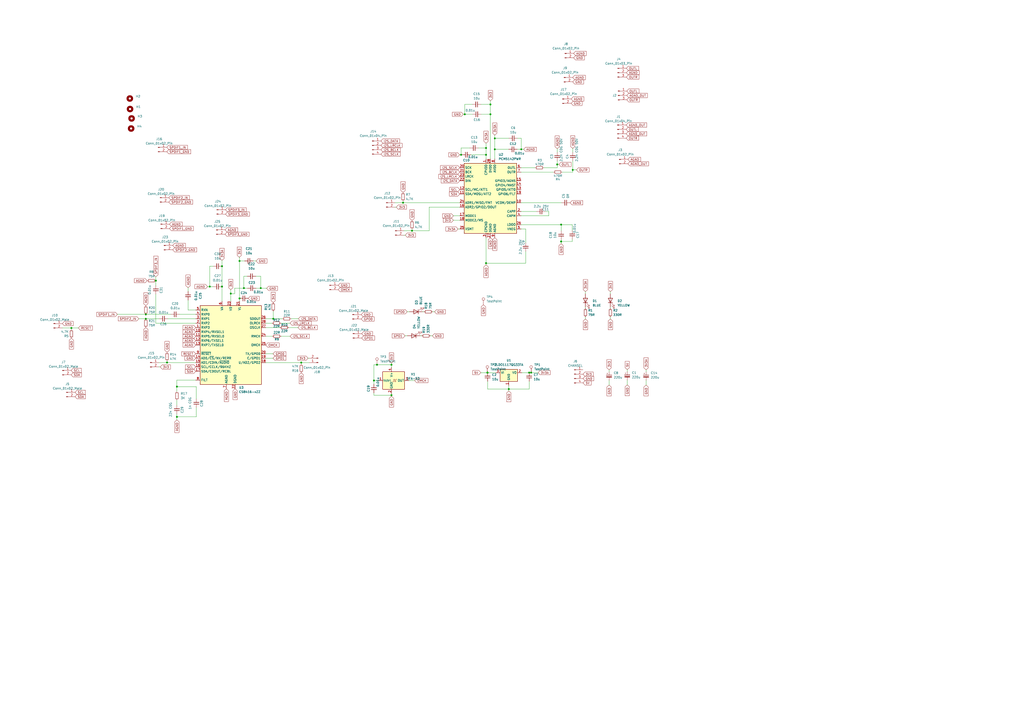
<source format=kicad_sch>
(kicad_sch (version 20230121) (generator eeschema)
  (paper "A2")
  (junction (at 227.076 211.582))
  (junction (at 133.858 170.307))
  (junction (at 287.02 80.264))
  (junction (at 267.462 89.789))
  (junction (at 141.478 167.132))
  (junction (at 151.257 167.132))
  (junction (at 41.402 190.246))
  (junction (at 323.215 95.377))
  (junction (at 121.666 166.243))
  (junction (at 233.807 117.602))
  (junction (at 287.02 86.614))
  (junction (at 239.014 133.858))
  (junction (at 332.232 98.552))
  (junction (at 138.938 173.101))
  (junction (at 306.959 216.154))
  (junction (at 216.916 220.726))
  (junction (at 174.752 210.312))
  (junction (at 227.076 229.235))
  (junction (at 102.616 241.808))
  (junction (at 102.616 224.282))
  (junction (at 302.387 86.614))
  (junction (at 84.582 182.372))
  (junction (at 295.148 225.679))
  (junction (at 281.94 89.789))
  (junction (at 284.48 66.294))
  (junction (at 325.501 140.081))
  (junction (at 281.94 85.852))
  (junction (at 284.48 60.579))
  (junction (at 96.901 210.312))
  (junction (at 84.582 184.912))
  (junction (at 269.621 66.294))
  (junction (at 282.829 216.154))
  (junction (at 282.702 216.154))
  (junction (at 281.94 152.654))
  (junction (at 128.778 166.243))
  (junction (at 325.501 130.302))
  (junction (at 308.102 216.154))
  (junction (at 128.778 154.432))
  (junction (at 138.938 151.384))
  (junction (at 218.694 211.582))
  (junction (at 90.424 162.814))
  (junction (at 158.496 184.912))
  (wire (pts (xy 316.357 122.682) (xy 318.389 122.682)))
  (wire (pts (xy 168.275 195.072) (xy 163.068 195.072)))
  (wire (pts (xy 96.901 209.423) (xy 96.901 210.312)))
  (wire (pts (xy 323.215 95.377) (xy 323.215 97.282)))
  (wire (pts (xy 295.021 86.614) (xy 287.02 86.614)))
  (wire (pts (xy 277.622 85.852) (xy 281.94 85.852)))
  (wire (pts (xy 128.778 166.243) (xy 128.778 174.752)))
  (wire (pts (xy 332.232 98.552) (xy 332.232 99.822)))
  (wire (pts (xy 96.901 210.312) (xy 113.538 210.312)))
  (wire (pts (xy 339.598 183.896) (xy 339.598 185.039)))
  (wire (pts (xy 216.916 220.726) (xy 219.456 220.726)))
  (wire (pts (xy 302.387 80.264) (xy 302.387 86.614)))
  (wire (pts (xy 136.144 167.132) (xy 136.144 170.307)))
  (wire (pts (xy 154.686 167.259) (xy 154.559 167.259)))
  (wire (pts (xy 269.621 66.294) (xy 274.066 66.294)))
  (wire (pts (xy 138.938 151.384) (xy 138.938 173.101)))
  (wire (pts (xy 282.829 216.154) (xy 287.528 216.154)))
  (wire (pts (xy 374.777 223.393) (xy 374.777 220.726)))
  (wire (pts (xy 331.978 140.081) (xy 331.978 138.811)))
  (wire (pts (xy 102.616 224.282) (xy 102.616 227.076)))
  (wire (pts (xy 138.938 173.101) (xy 138.938 174.752)))
  (wire (pts (xy 281.94 89.789) (xy 281.94 92.202)))
  (wire (pts (xy 229.108 117.602) (xy 233.807 117.602)))
  (wire (pts (xy 302.26 132.842) (xy 304.927 132.842)))
  (wire (pts (xy 325.501 130.302) (xy 325.501 133.858)))
  (wire (pts (xy 272.542 85.852) (xy 267.462 85.852)))
  (wire (pts (xy 353.314 214.503) (xy 353.314 215.646)))
  (wire (pts (xy 331.978 130.302) (xy 325.501 130.302)))
  (wire (pts (xy 339.598 178.816) (xy 339.598 178.054)))
  (wire (pts (xy 133.858 168.021) (xy 133.858 170.307)))
  (wire (pts (xy 138.811 149.225) (xy 138.811 149.352)))
  (wire (pts (xy 284.48 60.579) (xy 284.48 66.294)))
  (wire (pts (xy 332.232 93.345) (xy 332.232 98.552)))
  (wire (pts (xy 332.232 99.822) (xy 326.136 99.822)))
  (wire (pts (xy 154.559 167.259) (xy 154.559 167.132)))
  (wire (pts (xy 239.014 132.969) (xy 239.014 133.858)))
  (wire (pts (xy 128.778 154.432) (xy 128.778 166.243)))
  (wire (pts (xy 266.7 120.142) (xy 248.92 120.142)))
  (wire (pts (xy 287.02 80.264) (xy 287.02 86.614)))
  (wire (pts (xy 109.093 179.832) (xy 113.538 179.832)))
  (wire (pts (xy 90.424 165.608) (xy 90.424 162.814)))
  (wire (pts (xy 109.093 169.037) (xy 109.093 166.878)))
  (wire (pts (xy 279.146 66.294) (xy 284.48 66.294)))
  (wire (pts (xy 157.988 195.072) (xy 154.178 195.072)))
  (wire (pts (xy 318.389 125.222) (xy 318.389 122.682)))
  (wire (pts (xy 113.919 241.808) (xy 102.616 241.808)))
  (wire (pts (xy 300.228 80.264) (xy 302.387 80.264)))
  (wire (pts (xy 282.702 216.154) (xy 282.829 216.154)))
  (wire (pts (xy 123.698 154.432) (xy 121.666 154.432)))
  (wire (pts (xy 284.48 58.42) (xy 284.48 60.579)))
  (wire (pts (xy 265.684 132.842) (xy 266.7 132.842)))
  (wire (pts (xy 80.518 184.912) (xy 84.582 184.912)))
  (wire (pts (xy 121.666 166.243) (xy 123.698 166.243)))
  (wire (pts (xy 306.959 216.154) (xy 302.768 216.154)))
  (wire (pts (xy 311.277 122.682) (xy 302.26 122.682)))
  (wire (pts (xy 227.076 211.582) (xy 227.076 213.106)))
  (wire (pts (xy 245.872 180.848) (xy 245.11 180.848)))
  (wire (pts (xy 120.396 166.243) (xy 121.666 166.243)))
  (wire (pts (xy 84.582 182.372) (xy 99.06 182.372)))
  (wire (pts (xy 281.94 83.058) (xy 281.94 85.852)))
  (wire (pts (xy 284.48 66.294) (xy 284.48 92.202)))
  (wire (pts (xy 312.166 216.154) (xy 308.102 216.154)))
  (wire (pts (xy 263.017 125.222) (xy 266.7 125.222)))
  (wire (pts (xy 143.383 160.274) (xy 141.478 160.274)))
  (wire (pts (xy 218.694 211.582) (xy 216.916 211.582)))
  (wire (pts (xy 268.732 66.294) (xy 269.621 66.294)))
  (wire (pts (xy 227.076 229.87) (xy 227.076 229.235)))
  (wire (pts (xy 148.463 160.274) (xy 151.257 160.274)))
  (wire (pts (xy 282.829 225.679) (xy 295.148 225.679)))
  (wire (pts (xy 68.072 182.372) (xy 84.582 182.372)))
  (wire (pts (xy 113.919 224.282) (xy 102.616 224.282)))
  (wire (pts (xy 331.978 130.302) (xy 331.978 133.731)))
  (wire (pts (xy 306.959 225.679) (xy 295.148 225.679)))
  (wire (pts (xy 92.964 212.852) (xy 92.202 212.852)))
  (wire (pts (xy 151.257 160.274) (xy 151.257 167.132)))
  (wire (pts (xy 295.148 225.679) (xy 295.148 223.774)))
  (wire (pts (xy 216.916 222.885) (xy 216.916 220.726)))
  (wire (pts (xy 250.952 180.848) (xy 252.095 180.848)))
  (wire (pts (xy 363.855 223.266) (xy 363.855 220.599)))
  (wire (pts (xy 102.616 220.472) (xy 102.616 224.282)))
  (wire (pts (xy 229.87 120.142) (xy 229.108 120.142)))
  (wire (pts (xy 303.784 86.614) (xy 302.387 86.614)))
  (wire (pts (xy 281.94 152.654) (xy 281.94 137.922)))
  (wire (pts (xy 154.178 210.312) (xy 174.752 210.312)))
  (wire (pts (xy 227.076 211.582) (xy 218.694 211.582)))
  (wire (pts (xy 287.02 78.359) (xy 287.02 80.264)))
  (wire (pts (xy 237.49 180.848) (xy 236.22 180.848)))
  (wire (pts (xy 84.582 184.912) (xy 92.329 184.912)))
  (wire (pts (xy 308.102 216.154) (xy 306.959 216.154)))
  (wire (pts (xy 90.424 170.688) (xy 90.424 187.452)))
  (wire (pts (xy 90.424 162.814) (xy 90.424 160.528)))
  (wire (pts (xy 323.215 93.345) (xy 323.215 95.377)))
  (wire (pts (xy 138.811 149.352) (xy 138.938 149.352)))
  (wire (pts (xy 216.916 229.235) (xy 227.076 229.235)))
  (wire (pts (xy 302.387 86.614) (xy 300.101 86.614)))
  (wire (pts (xy 304.927 132.842) (xy 304.927 140.843)))
  (wire (pts (xy 249.682 194.818) (xy 250.825 194.818)))
  (wire (pts (xy 233.807 117.602) (xy 266.7 117.602)))
  (wire (pts (xy 236.22 194.818) (xy 234.95 194.818)))
  (wire (pts (xy 244.602 194.818) (xy 243.84 194.818)))
  (wire (pts (xy 158.496 180.594) (xy 158.496 184.912)))
  (wire (pts (xy 267.462 85.852) (xy 267.462 89.789)))
  (wire (pts (xy 113.919 231.394) (xy 113.919 224.282)))
  (wire (pts (xy 174.752 211.201) (xy 174.752 210.312)))
  (wire (pts (xy 227.076 229.235) (xy 227.076 228.346)))
  (wire (pts (xy 168.275 187.452) (xy 162.941 187.452)))
  (wire (pts (xy 151.257 167.132) (xy 148.59 167.132)))
  (wire (pts (xy 121.666 154.432) (xy 121.666 166.243)))
  (wire (pts (xy 157.861 187.452) (xy 154.178 187.452)))
  (wire (pts (xy 104.14 182.372) (xy 113.538 182.372)))
  (wire (pts (xy 287.02 86.614) (xy 287.02 92.202)))
  (wire (pts (xy 143.51 167.132) (xy 141.478 167.132)))
  (wire (pts (xy 216.916 227.965) (xy 216.916 229.235)))
  (wire (pts (xy 281.94 85.852) (xy 281.94 89.789)))
  (wire (pts (xy 138.938 151.384) (xy 141.859 151.384)))
  (wire (pts (xy 128.778 151.003) (xy 128.778 154.432)))
  (wire (pts (xy 273.939 60.579) (xy 269.621 60.579)))
  (wire (pts (xy 97.409 184.912) (xy 113.538 184.912)))
  (wire (pts (xy 332.232 86.106) (xy 332.232 88.265)))
  (wire (pts (xy 295.148 226.822) (xy 295.148 225.679)))
  (wire (pts (xy 102.616 235.077) (xy 102.616 232.156)))
  (wire (pts (xy 45.466 190.246) (xy 41.402 190.246)))
  (wire (pts (xy 354.076 183.896) (xy 354.076 185.039)))
  (wire (pts (xy 248.92 120.142) (xy 248.92 133.858)))
  (wire (pts (xy 269.621 60.579) (xy 269.621 66.294)))
  (wire (pts (xy 172.847 189.992) (xy 167.513 189.992)))
  (wire (pts (xy 354.076 170.434) (xy 354.076 169.164)))
  (wire (pts (xy 158.496 184.912) (xy 154.178 184.912)))
  (wire (pts (xy 302.26 117.602) (xy 325.628 117.602)))
  (wire (pts (xy 354.076 178.816) (xy 354.076 178.054)))
  (wire (pts (xy 158.369 207.772) (xy 154.178 207.772)))
  (wire (pts (xy 237.236 220.726) (xy 240.538 220.726)))
  (wire (pts (xy 102.616 243.586) (xy 102.616 241.808)))
  (wire (pts (xy 179.451 210.312) (xy 174.752 210.312)))
  (wire (pts (xy 178.689 207.772) (xy 179.451 207.772)))
  (wire (pts (xy 173.101 184.912) (xy 168.91 184.912)))
  (wire (pts (xy 325.501 138.938) (xy 325.501 140.081)))
  (wire (pts (xy 304.927 145.923) (xy 304.927 152.654)))
  (wire (pts (xy 109.093 174.117) (xy 109.093 179.832)))
  (wire (pts (xy 92.202 210.312) (xy 96.901 210.312)))
  (wire (pts (xy 41.402 191.135) (xy 41.402 190.246)))
  (wire (pts (xy 113.919 236.474) (xy 113.919 241.808)))
  (wire (pts (xy 113.538 220.472) (xy 102.616 220.472)))
  (wire (pts (xy 321.056 99.822) (xy 302.26 99.822)))
  (wire (pts (xy 263.017 127.762) (xy 266.7 127.762)))
  (wire (pts (xy 325.501 140.081) (xy 331.978 140.081)))
  (wire (pts (xy 102.616 241.808) (xy 102.616 240.157)))
  (wire (pts (xy 374.777 214.503) (xy 374.777 215.646)))
  (wire (pts (xy 234.315 133.858) (xy 239.014 133.858)))
  (wire (pts (xy 133.858 170.307) (xy 133.858 174.752)))
  (wire (pts (xy 141.478 167.132) (xy 136.144 167.132)))
  (wire (pts (xy 266.573 89.789) (xy 267.462 89.789)))
  (wire (pts (xy 353.314 223.393) (xy 353.314 220.726)))
  (wire (pts (xy 302.26 97.282) (xy 310.388 97.282)))
  (wire (pts (xy 141.478 160.274) (xy 141.478 167.132)))
  (wire (pts (xy 325.501 140.081) (xy 325.501 141.351)))
  (wire (pts (xy 282.829 221.234) (xy 282.829 225.679)))
  (wire (pts (xy 304.927 152.654) (xy 281.94 152.654)))
  (wire (pts (xy 334.391 98.552) (xy 332.232 98.552)))
  (wire (pts (xy 235.077 136.398) (xy 234.315 136.398)))
  (wire (pts (xy 302.26 130.302) (xy 325.501 130.302)))
  (wire (pts (xy 148.59 151.384) (xy 146.939 151.384)))
  (wire (pts (xy 324.231 95.377) (xy 323.215 95.377)))
  (wire (pts (xy 239.014 133.858) (xy 248.92 133.858)))
  (wire (pts (xy 233.807 116.713) (xy 233.807 117.602)))
  (wire (pts (xy 323.215 86.233) (xy 323.215 88.265)))
  (wire (pts (xy 287.02 80.264) (xy 295.148 80.264)))
  (wire (pts (xy 158.369 205.232) (xy 154.178 205.232)))
  (wire (pts (xy 216.916 211.582) (xy 216.916 220.726)))
  (wire (pts (xy 302.26 125.222) (xy 318.389 125.222)))
  (wire (pts (xy 315.468 97.282) (xy 323.215 97.282)))
  (wire (pts (xy 278.892 216.154) (xy 282.702 216.154)))
  (wire (pts (xy 281.94 152.654) (xy 281.94 153.67)))
  (wire (pts (xy 339.598 170.434) (xy 339.598 169.164)))
  (wire (pts (xy 154.559 167.132) (xy 151.257 167.132)))
  (wire (pts (xy 227.076 210.566) (xy 227.076 211.582)))
  (wire (pts (xy 162.433 189.992) (xy 154.178 189.992)))
  (wire (pts (xy 90.424 187.452) (xy 113.538 187.452)))
  (wire (pts (xy 138.938 149.352) (xy 138.938 151.384)))
  (wire (pts (xy 267.462 89.789) (xy 267.97 89.789)))
  (wire (pts (xy 41.402 190.246) (xy 36.195 190.246)))
  (wire (pts (xy 363.855 214.376) (xy 363.855 215.519)))
  (wire (pts (xy 163.83 184.912) (xy 158.496 184.912)))
  (wire (pts (xy 306.959 221.234) (xy 306.959 225.679)))
  (wire (pts (xy 136.144 170.307) (xy 133.858 170.307)))
  (wire (pts (xy 279.019 60.579) (xy 284.48 60.579)))
  (wire (pts (xy 273.05 89.789) (xy 281.94 89.789)))
  (global_label "AGND_OUT" (shape input) (at 363.22 72.517 0) (property "Intersheetrefs" "${INTERSHEET_REFS}" (effects hide)))
  (global_label "GND" (shape input) (at 354.076 185.039 270) (property "Intersheetrefs" "${INTERSHEET_REFS}" (effects hide)))
  (global_label "3V3A" (shape input) (at 287.02 78.359 90) (property "Intersheetrefs" "${INTERSHEET_REFS}" (effects hide)))
  (global_label "OMCK" (shape input) (at 196.215 168.021 0) (property "Intersheetrefs" "${INTERSHEET_REFS}" (effects hide)))
  (global_label "GND" (shape input) (at 363.855 223.266 270) (property "Intersheetrefs" "${INTERSHEET_REFS}" (effects hide)))
  (global_label "GND" (shape input) (at 148.59 151.384 0) (property "Intersheetrefs" "${INTERSHEET_REFS}" (effects hide)))
  (global_label "AGND" (shape input) (at 364.236 92.456 0) (property "Intersheetrefs" "${INTERSHEET_REFS}" (effects hide)))
  (global_label "GND" (shape input) (at 96.901 204.343 90) (property "Intersheetrefs" "${INTERSHEET_REFS}" (effects hide)))
  (global_label "SDA" (shape input) (at 41.275 217.424 0) (property "Intersheetrefs" "${INTERSHEET_REFS}" (effects hide)))
  (global_label "3V3A" (shape input) (at 312.166 216.154 0) (property "Intersheetrefs" "${INTERSHEET_REFS}" (effects hide)))
  (global_label "GND" (shape input) (at 41.402 196.215 270) (property "Intersheetrefs" "${INTERSHEET_REFS}" (effects hide)))
  (global_label "GND" (shape input) (at 325.501 141.351 270) (property "Intersheetrefs" "${INTERSHEET_REFS}" (effects hide)))
  (global_label "GND" (shape input) (at 353.314 223.393 270) (property "Intersheetrefs" "${INTERSHEET_REFS}" (effects hide)))
  (global_label "I2S_DATA" (shape input) (at 266.7 104.902 180) (property "Intersheetrefs" "${INTERSHEET_REFS}" (effects hide)))
  (global_label "GND" (shape input) (at 332.232 47.498 0) (property "Intersheetrefs" "${INTERSHEET_REFS}" (effects hide)))
  (global_label "AGND" (shape input) (at 113.538 197.612 180) (property "Intersheetrefs" "${INTERSHEET_REFS}" (effects hide)))
  (global_label "GND" (shape input) (at 250.825 194.818 0) (property "Intersheetrefs" "${INTERSHEET_REFS}" (effects hide)))
  (global_label "I2S_DATA" (shape input) (at 173.101 184.912 0) (property "Intersheetrefs" "${INTERSHEET_REFS}" (effects hide)))
  (global_label "AGND" (shape input) (at 287.02 137.922 270) (property "Intersheetrefs" "${INTERSHEET_REFS}" (effects hide)))
  (global_label "SPDIF1_IN" (shape input) (at 96.774 85.471 0) (property "Intersheetrefs" "${INTERSHEET_REFS}" (effects hide)))
  (global_label "AGND" (shape input) (at 332.74 30.988 0) (property "Intersheetrefs" "${INTERSHEET_REFS}" (effects hide)))
  (global_label "AGND" (shape input) (at 281.94 153.67 270) (property "Intersheetrefs" "${INTERSHEET_REFS}" (effects hide)))
  (global_label "I2S_DATA" (shape input) (at 220.98 81.788 0) (property "Intersheetrefs" "${INTERSHEET_REFS}" (effects hide)))
  (global_label "SPDIF2_GND" (shape input) (at 97.917 117.221 0) (property "Intersheetrefs" "${INTERSHEET_REFS}" (effects hide)))
  (global_label "OUTR" (shape input) (at 363.601 57.912 0) (property "Intersheetrefs" "${INTERSHEET_REFS}" (effects hide)))
  (global_label "GND" (shape input) (at 338.201 219.583 0) (property "Intersheetrefs" "${INTERSHEET_REFS}" (effects hide)))
  (global_label "AGND" (shape input) (at 98.298 130.048 0) (property "Intersheetrefs" "${INTERSHEET_REFS}" (effects hide)))
  (global_label "I2S_SCLK" (shape input) (at 220.98 89.408 0) (property "Intersheetrefs" "${INTERSHEET_REFS}" (effects hide)))
  (global_label "OUTR" (shape input) (at 363.22 80.137 0) (property "Intersheetrefs" "${INTERSHEET_REFS}" (effects hide)))
  (global_label "RESET" (shape input) (at 113.538 205.232 180) (property "Intersheetrefs" "${INTERSHEET_REFS}" (effects hide)))
  (global_label "3V3" (shape input) (at 263.017 127.762 180) (property "Intersheetrefs" "${INTERSHEET_REFS}" (effects hide)))
  (global_label "OUTL" (shape input) (at 363.347 39.624 0) (property "Intersheetrefs" "${INTERSHEET_REFS}" (effects hide)))
  (global_label "GND" (shape input) (at 209.55 182.499 0) (property "Intersheetrefs" "${INTERSHEET_REFS}" (effects hide)))
  (global_label "GND" (shape input) (at 339.598 185.039 270) (property "Intersheetrefs" "${INTERSHEET_REFS}" (effects hide)))
  (global_label "3V3" (shape input) (at 284.48 58.42 90) (property "Intersheetrefs" "${INTERSHEET_REFS}" (effects hide)))
  (global_label "5V" (shape input) (at 363.855 214.376 90) (property "Intersheetrefs" "${INTERSHEET_REFS}" (effects hide)))
  (global_label "I2S_BCLK" (shape input) (at 172.847 189.992 0) (property "Intersheetrefs" "${INTERSHEET_REFS}" (effects hide)))
  (global_label "AGND_OUT" (shape input) (at 363.601 55.372 0) (property "Intersheetrefs" "${INTERSHEET_REFS}" (effects hide)))
  (global_label "3V3A" (shape input) (at 374.777 214.503 90) (property "Intersheetrefs" "${INTERSHEET_REFS}" (effects hide)))
  (global_label "I2S_SCLK" (shape input) (at 266.7 97.282 180) (property "Intersheetrefs" "${INTERSHEET_REFS}" (effects hide)))
  (global_label "SPDIF1_GND" (shape input) (at 96.774 88.011 0) (property "Intersheetrefs" "${INTERSHEET_REFS}" (effects hide)))
  (global_label "GND" (shape input) (at 332.74 33.528 0) (property "Intersheetrefs" "${INTERSHEET_REFS}" (effects hide)))
  (global_label "5V" (shape input) (at 278.892 216.154 180) (property "Intersheetrefs" "${INTERSHEET_REFS}" (effects hide)))
  (global_label "OUTR" (shape input) (at 334.391 98.552 0) (property "Intersheetrefs" "${INTERSHEET_REFS}" (effects hide)))
  (global_label "GND" (shape input) (at 280.416 176.784 270) (property "Intersheetrefs" "${INTERSHEET_REFS}" (effects hide)))
  (global_label "SDA" (shape input) (at 266.7 112.522 180) (property "Intersheetrefs" "${INTERSHEET_REFS}" (effects hide)))
  (global_label "I2S_LRCLK" (shape input) (at 266.7 102.362 180) (property "Intersheetrefs" "${INTERSHEET_REFS}" (effects hide)))
  (global_label "SDA" (shape input) (at 43.561 230.124 0) (property "Intersheetrefs" "${INTERSHEET_REFS}" (effects hide)))
  (global_label "3V3A" (shape input) (at 281.94 83.058 90) (property "Intersheetrefs" "${INTERSHEET_REFS}" (effects hide)))
  (global_label "AGND" (shape input) (at 332.232 86.106 90) (property "Intersheetrefs" "${INTERSHEET_REFS}" (effects hide)))
  (global_label "SPDIF3_IN" (shape input) (at 90.424 160.528 90) (property "Intersheetrefs" "${INTERSHEET_REFS}" (effects hide)))
  (global_label "SCL" (shape input) (at 113.538 212.852 180) (property "Intersheetrefs" "${INTERSHEET_REFS}" (effects hide)))
  (global_label "GND" (shape input) (at 284.48 137.922 270) (property "Intersheetrefs" "${INTERSHEET_REFS}" (effects hide)))
  (global_label "AGND_OUT" (shape input) (at 364.236 94.996 0) (property "Intersheetrefs" "${INTERSHEET_REFS}" (effects hide)))
  (global_label "AGND" (shape input) (at 100.203 142.367 0) (property "Intersheetrefs" "${INTERSHEET_REFS}" (effects hide)))
  (global_label "SPDIF3_GND" (shape input) (at 130.81 124.206 0) (property "Intersheetrefs" "${INTERSHEET_REFS}" (effects hide)))
  (global_label "3V3" (shape input) (at 227.076 210.566 90) (property "Intersheetrefs" "${INTERSHEET_REFS}" (effects hide)))
  (global_label "AGND" (shape input) (at 363.347 42.164 0) (property "Intersheetrefs" "${INTERSHEET_REFS}" (effects hide)))
  (global_label "AGND" (shape input) (at 84.582 189.992 270) (property "Intersheetrefs" "${INTERSHEET_REFS}" (effects hide)))
  (global_label "OUTR" (shape input) (at 363.347 44.704 0) (property "Intersheetrefs" "${INTERSHEET_REFS}" (effects hide)))
  (global_label "SPDIF3_IN" (shape input) (at 130.81 121.666 0) (property "Intersheetrefs" "${INTERSHEET_REFS}" (effects hide)))
  (global_label "GND" (shape input) (at 268.732 66.294 180) (property "Intersheetrefs" "${INTERSHEET_REFS}" (effects hide)))
  (global_label "SDA" (shape input) (at 113.538 215.392 180) (property "Intersheetrefs" "${INTERSHEET_REFS}" (effects hide)))
  (global_label "I2S_SCLK" (shape input) (at 168.275 195.072 0) (property "Intersheetrefs" "${INTERSHEET_REFS}" (effects hide)))
  (global_label "GND" (shape input) (at 174.752 216.281 270) (property "Intersheetrefs" "${INTERSHEET_REFS}" (effects hide)))
  (global_label "GPO0" (shape input) (at 158.369 205.232 0) (property "Intersheetrefs" "${INTERSHEET_REFS}" (effects hide)))
  (global_label "OMCK" (shape input) (at 240.538 220.726 0) (property "Intersheetrefs" "${INTERSHEET_REFS}" (effects hide)))
  (global_label "I2S_BCLK" (shape input) (at 220.98 86.868 0) (property "Intersheetrefs" "${INTERSHEET_REFS}" (effects hide)))
  (global_label "3V3" (shape input) (at 158.496 175.514 90) (property "Intersheetrefs" "${INTERSHEET_REFS}" (effects hide)))
  (global_label "GPO0" (shape input) (at 209.55 185.039 0) (property "Intersheetrefs" "${INTERSHEET_REFS}" (effects hide)))
  (global_label "AGND" (shape input) (at 113.538 189.992 180) (property "Intersheetrefs" "${INTERSHEET_REFS}" (effects hide)))
  (global_label "3V3" (shape input) (at 133.858 168.021 90) (property "Intersheetrefs" "${INTERSHEET_REFS}" (effects hide)))
  (global_label "3V3A" (shape input) (at 265.684 132.842 180) (property "Intersheetrefs" "${INTERSHEET_REFS}" (effects hide)))
  (global_label "GND" (shape input) (at 209.804 193.548 0) (property "Intersheetrefs" "${INTERSHEET_REFS}" (effects hide)))
  (global_label "3V3" (shape input) (at 338.201 217.043 0) (property "Intersheetrefs" "${INTERSHEET_REFS}" (effects hide)))
  (global_label "OUTL" (shape input) (at 363.22 75.057 0) (property "Intersheetrefs" "${INTERSHEET_REFS}" (effects hide)))
  (global_label "GND" (shape input) (at 263.017 125.222 180) (property "Intersheetrefs" "${INTERSHEET_REFS}" (effects hide)))
  (global_label "SPDIF1_GND" (shape input) (at 98.298 132.588 0) (property "Intersheetrefs" "${INTERSHEET_REFS}" (effects hide)))
  (global_label "GPO1" (shape input) (at 158.369 207.772 0) (property "Intersheetrefs" "${INTERSHEET_REFS}" (effects hide)))
  (global_label "3V3" (shape input) (at 354.076 169.164 90) (property "Intersheetrefs" "${INTERSHEET_REFS}" (effects hide)))
  (global_label "AGND" (shape input) (at 113.538 195.072 180) (property "Intersheetrefs" "${INTERSHEET_REFS}" (effects hide)))
  (global_label "OUTL" (shape input) (at 363.601 52.832 0) (property "Intersheetrefs" "${INTERSHEET_REFS}" (effects hide)))
  (global_label "GND" (shape input) (at 252.095 180.848 0) (property "Intersheetrefs" "${INTERSHEET_REFS}" (effects hide)))
  (global_label "GPO1" (shape input) (at 234.95 194.818 180) (property "Intersheetrefs" "${INTERSHEET_REFS}" (effects hide)))
  (global_label "3V3" (shape input) (at 138.811 149.225 90) (property "Intersheetrefs" "${INTERSHEET_REFS}" (effects hide)))
  (global_label "GND" (shape input) (at 233.807 111.633 90) (property "Intersheetrefs" "${INTERSHEET_REFS}" (effects hide)))
  (global_label "AGND" (shape input) (at 303.784 86.614 0) (property "Intersheetrefs" "${INTERSHEET_REFS}" (effects hide)))
  (global_label "AGND" (shape input) (at 332.232 44.958 0) (property "Intersheetrefs" "${INTERSHEET_REFS}" (effects hide)))
  (global_label "AGND" (shape input) (at 113.538 192.532 180) (property "Intersheetrefs" "${INTERSHEET_REFS}" (effects hide)))
  (global_label "GND" (shape input) (at 36.195 187.706 0) (property "Intersheetrefs" "${INTERSHEET_REFS}" (effects hide)))
  (global_label "AGND" (shape input) (at 85.344 162.814 180) (property "Intersheetrefs" "${INTERSHEET_REFS}" (effects hide)))
  (global_label "AGND" (shape input) (at 331.343 57.404 0) (property "Intersheetrefs" "${INTERSHEET_REFS}" (effects hide)))
  (global_label "SPDIF2_IN" (shape input) (at 80.518 184.912 180) (property "Intersheetrefs" "${INTERSHEET_REFS}" (effects hide)))
  (global_label "SCL" (shape input) (at 266.7 109.982 180) (property "Intersheetrefs" "${INTERSHEET_REFS}" (effects hide)))
  (global_label "AGND_OUT" (shape input) (at 363.22 77.597 0) (property "Intersheetrefs" "${INTERSHEET_REFS}" (effects hide)))
  (global_label "AGND" (shape input) (at 131.318 225.552 270) (property "Intersheetrefs" "${INTERSHEET_REFS}" (effects hide)))
  (global_label "SPDIF1_IN" (shape input) (at 68.072 182.372 180) (property "Intersheetrefs" "${INTERSHEET_REFS}" (effects hide)))
  (global_label "SPDIF2_GND" (shape input) (at 100.203 144.907 0) (property "Intersheetrefs" "${INTERSHEET_REFS}" (effects hide)))
  (global_label "I2S_LRCLK" (shape input) (at 168.275 187.452 0) (property "Intersheetrefs" "${INTERSHEET_REFS}" (effects hide)))
  (global_label "AGND" (shape input) (at 109.093 166.878 90) (property "Intersheetrefs" "${INTERSHEET_REFS}" (effects hide)))
  (global_label "AGND" (shape input) (at 102.616 243.586 270) (property "Intersheetrefs" "${INTERSHEET_REFS}" (effects hide)))
  (global_label "GND" (shape input) (at 239.014 127.889 90) (property "Intersheetrefs" "${INTERSHEET_REFS}" (effects hide)))
  (global_label "RESET" (shape input) (at 45.466 190.246 0) (property "Intersheetrefs" "${INTERSHEET_REFS}" (effects hide)))
  (global_label "GND" (shape input) (at 154.686 167.259 0) (property "Intersheetrefs" "${INTERSHEET_REFS}" (effects hide)))
  (global_label "SPDIF2_IN" (shape input) (at 97.917 114.681 0) (property "Intersheetrefs" "${INTERSHEET_REFS}" (effects hide)))
  (global_label "3V3A" (shape input) (at 339.598 169.164 90) (property "Intersheetrefs" "${INTERSHEET_REFS}" (effects hide)))
  (global_label "GND" (shape input) (at 374.777 223.393 270) (property "Intersheetrefs" "${INTERSHEET_REFS}" (effects hide)))
  (global_label "GND" (shape input) (at 331.343 59.944 0) (property "Intersheetrefs" "${INTERSHEET_REFS}" (effects hide)))
  (global_label "OMCK" (shape input) (at 154.178 200.152 0) (property "Intersheetrefs" "${INTERSHEET_REFS}" (effects hide)))
  (global_label "GND" (shape input) (at 113.538 207.772 180) (property "Intersheetrefs" "${INTERSHEET_REFS}" (effects hide)))
  (global_label "GPO1" (shape input) (at 209.804 196.088 0) (property "Intersheetrefs" "${INTERSHEET_REFS}" (effects hide)))
  (global_label "GND" (shape input) (at 136.398 225.552 270) (property "Intersheetrefs" "${INTERSHEET_REFS}" (effects hide)))
  (global_label "AGND" (shape input) (at 113.538 200.152 180) (property "Intersheetrefs" "${INTERSHEET_REFS}" (effects hide)))
  (global_label "GND" (shape input) (at 227.076 229.87 270) (property "Intersheetrefs" "${INTERSHEET_REFS}" (effects hide)))
  (global_label "3V3" (shape input) (at 229.87 120.142 0) (property "Intersheetrefs" "${INTERSHEET_REFS}" (effects hide)))
  (global_label "3V3" (shape input) (at 353.314 214.503 90) (property "Intersheetrefs" "${INTERSHEET_REFS}" (effects hide)))
  (global_label "AGND" (shape input) (at 323.215 86.233 90) (property "Intersheetrefs" "${INTERSHEET_REFS}" (effects hide)))
  (global_label "GND" (shape input) (at 266.573 89.789 180) (property "Intersheetrefs" "${INTERSHEET_REFS}" (effects hide)))
  (global_label "SCL" (shape input) (at 43.561 227.584 0) (property "Intersheetrefs" "${INTERSHEET_REFS}" (effects hide)))
  (global_label "GND" (shape input) (at 196.215 165.481 0) (property "Intersheetrefs" "${INTERSHEET_REFS}" (effects hide)))
  (global_label "GPO0" (shape input) (at 236.22 180.848 180) (property "Intersheetrefs" "${INTERSHEET_REFS}" (effects hide)))
  (global_label "GND" (shape input) (at 144.018 173.101 0) (property "Intersheetrefs" "${INTERSHEET_REFS}" (effects hide)))
  (global_label "AGND" (shape input) (at 130.556 133.35 0) (property "Intersheetrefs" "${INTERSHEET_REFS}" (effects hide)))
  (global_label "3V3A" (shape input) (at 128.778 151.003 90) (property "Intersheetrefs" "${INTERSHEET_REFS}" (effects hide)))
  (global_label "I2S_BCLK" (shape input) (at 266.7 99.822 180) (property "Intersheetrefs" "${INTERSHEET_REFS}" (effects hide)))
  (global_label "3V3" (shape input) (at 178.689 207.772 180) (property "Intersheetrefs" "${INTERSHEET_REFS}" (effects hide)))
  (global_label "AGND" (shape input) (at 120.396 166.243 180) (property "Intersheetrefs" "${INTERSHEET_REFS}" (effects hide)))
  (global_label "GND" (shape input) (at 295.148 226.822 270) (property "Intersheetrefs" "${INTERSHEET_REFS}" (effects hide)))
  (global_label "5V" (shape input) (at 338.201 222.123 0) (property "Intersheetrefs" "${INTERSHEET_REFS}" (effects hide)))
  (global_label "SPDIF3_GND" (shape input) (at 130.556 135.89 0) (property "Intersheetrefs" "${INTERSHEET_REFS}" (effects hide)))
  (global_label "3V3" (shape input) (at 92.964 212.852 0) (property "Intersheetrefs" "${INTERSHEET_REFS}" (effects hide)))
  (global_label "I2S_LRCLK" (shape input) (at 220.98 84.328 0) (property "Intersheetrefs" "${INTERSHEET_REFS}" (effects hide)))
  (global_label "3V3" (shape input) (at 235.077 136.398 0) (property "Intersheetrefs" "${INTERSHEET_REFS}" (effects hide)))
  (global_label "OUTL" (shape input) (at 324.231 95.377 0) (property "Intersheetrefs" "${INTERSHEET_REFS}" (effects hide)))
  (global_label "AGND" (shape input) (at 330.708 117.602 0) (property "Intersheetrefs" "${INTERSHEET_REFS}" (effects hide)))
  (global_label "AGND" (shape input) (at 84.582 177.292 90) (property "Intersheetrefs" "${INTERSHEET_REFS}" (effects hide)))
  (global_label "SCL" (shape input) (at 41.275 214.884 0) (property "Intersheetrefs" "${INTERSHEET_REFS}" (effects hide)))
  (symbol (lib_id "Device:C_Small") (at 331.978 136.271 180) (unit 1)
    (property "Reference" "C17" (at 335.153 136.271 90))
    (property "Value" "0.01u" (at 333.248 132.461 90))
    (property "Footprint" "Capacitor_SMD:C_0805_2012Metric" (effects hide))
  )
  (symbol (lib_id "Connector:Conn_01x02_Male") (at 204.47 182.499 0) (unit 1)
    (property "Reference" "J21" (at 205.105 177.673 0))
    (property "Value" "Conn_01x02_Male" (at 205.105 180.213 0))
    (property "Footprint" "Connector_JST:JST_PH_B2B-PH-K_1x02_P2.00mm_Vertical" (effects hide))
  )
  (symbol (lib_id "Device:R_Small") (at 354.076 181.356 180) (unit 1)
    (property "Reference" "R2" (at 355.6 180.086 0) (effects (justify right)))
    (property "Value" "330R" (at 355.6 182.626 0) (effects (justify right)))
    (property "Footprint" "Resistor_SMD:R_0603_1608Metric_Pad0.98x0.95mm_HandSolder" (effects hide))
  )
  (symbol (lib_id "Device:C_Small") (at 276.479 60.579 270) (unit 1)
    (property "Reference" "C15" (at 276.4726 54.483 90))
    (property "Value" "10u" (at 276.4726 57.023 90))
    (property "Footprint" "Capacitor_SMD:C_1206_3216Metric_Pad1.33x1.80mm_HandSolder" (effects hide))
  )
  (symbol (lib_id "Device:C_Small") (at 141.478 173.101 270) (unit 1)
    (property "Reference" "C24" (at 141.478 169.926 90))
    (property "Value" "0.01u" (at 145.796 175.006 90))
    (property "Footprint" "Capacitor_SMD:C_0805_2012Metric" (effects hide))
  )
  (symbol (lib_id "Connector:Conn_01x02_Pin") (at 229.235 133.858 0) (unit 1)
    (property "Reference" "J11" (at 229.87 128.397 0))
    (property "Value" "Conn_01x02_Pin" (at 229.87 130.937 0))
    (property "Footprint" "Connector_PinHeader_2.54mm:PinHeader_1x02_P2.54mm_Vertical" (effects hide))
  )
  (symbol (lib_id "Device:C_Small") (at 276.606 66.294 90) (unit 1)
    (property "Reference" "C16" (at 276.606 69.469 90))
    (property "Value" "0.01u" (at 272.796 64.008 90))
    (property "Footprint" "Capacitor_SMD:C_0805_2012Metric" (effects hide))
  )
  (symbol (lib_id "Device:C_Small") (at 270.51 89.789 90) (unit 1)
    (property "Reference" "C10" (at 270.51 92.964 90))
    (property "Value" "0.01u" (at 274.32 91.059 90))
    (property "Footprint" "Capacitor_SMD:C_0805_2012Metric" (effects hide))
  )
  (symbol (lib_id "Device:R_Small") (at 312.928 97.282 90) (unit 1)
    (property "Reference" "R3" (at 313.055 92.964 90))
    (property "Value" "470R" (at 312.928 95.25 90))
    (property "Footprint" "Resistor_SMD:R_0603_1608Metric_Pad0.98x0.95mm_HandSolder" (effects hide))
  )
  (symbol (lib_id "Connector:Conn_01x02_Male") (at 31.115 187.706 0) (unit 1)
    (property "Reference" "J10" (at 31.75 182.88 0))
    (property "Value" "Conn_01x02_Male" (at 31.75 185.42 0))
    (property "Footprint" "Connector_JST:JST_PH_B2B-PH-K_1x02_P2.00mm_Vertical" (effects hide))
  )
  (symbol (lib_id "Device:R_Small") (at 248.412 180.848 270) (unit 1)
    (property "Reference" "R18" (at 247.142 179.324 0) (effects (justify right)))
    (property "Value" "75R" (at 249.682 179.324 0) (effects (justify right)))
    (property "Footprint" "Resistor_SMD:R_0603_1608Metric_Pad0.98x0.95mm_HandSolder" (effects hide))
  )
  (symbol (lib_id "Connector:Conn_01x02_Pin") (at 327.66 30.988 0) (unit 1)
    (property "Reference" "J8" (at 328.295 25.527 0))
    (property "Value" "Conn_01x02_Pin" (at 328.295 28.067 0))
    (property "Footprint" "Connector_PinHeader_2.54mm:PinHeader_1x02_P2.54mm_Vertical" (effects hide))
  )
  (symbol (lib_id "Device:C_Small") (at 113.919 233.934 180) (unit 1)
    (property "Reference" "C28" (at 116.967 234.061 90))
    (property "Value" "1n C0G" (at 110.236 233.9277 90))
    (property "Footprint" "Capacitor_SMD:C_0805_2012Metric_Pad1.18x1.45mm_HandSolder" (effects hide))
  )
  (symbol (lib_id "Device:C_Small") (at 323.215 90.805 0) (unit 1)
    (property "Reference" "C3" (at 320.04 90.805 90))
    (property "Value" "2.2n C0G 50V" (at 325.501 86.995 90))
    (property "Footprint" "Capacitor_SMD:C_0805_2012Metric" (effects hide))
  )
  (symbol (lib_id "Connector:Conn_01x02_Pin") (at 191.135 165.481 0) (unit 1)
    (property "Reference" "J13" (at 191.77 160.02 0))
    (property "Value" "Conn_01x02_Pin" (at 191.77 162.56 0))
    (property "Footprint" "Connector_PinHeader_2.54mm:PinHeader_1x02_P2.54mm_Vertical" (effects hide))
  )
  (symbol (lib_id "Device:C_Polarized_Small") (at 374.777 218.186 0) (unit 1)
    (property "Reference" "C14" (at 377.444 216.3699 0) (effects (justify left)))
    (property "Value" "220u" (at 377.444 218.9099 0) (effects (justify left)))
    (property "Footprint" "Capacitor_THT:CP_Radial_D6.3mm_P2.50mm" (effects hide))
  )
  (symbol (lib_id "Connector:Conn_01x02_Pin") (at 125.476 133.35 0) (unit 1)
    (property "Reference" "J25" (at 126.111 128.524 0))
    (property "Value" "Conn_01x02_Pin" (at 126.111 131.064 0))
    (property "Footprint" "Connector_PinHeader_2.54mm:PinHeader_1x02_P2.54mm_Vertical" (effects hide))
  )
  (symbol (lib_id "Connector:Conn_01x02_Pin") (at 184.531 210.312 180) (unit 1)
    (property "Reference" "J18" (at 183.896 215.773 0))
    (property "Value" "Conn_01x02_Pin" (at 183.896 213.233 0))
    (property "Footprint" "Connector_PinHeader_2.54mm:PinHeader_1x02_P2.54mm_Vertical" (effects hide))
  )
  (symbol (lib_id "Connector:Conn_01x03_Pin") (at 358.521 55.372 0) (unit 1)
    (property "Reference" "J2" (at 356.489 55.372 0))
    (property "Value" "Conn_01x03_Pin" (effects hide))
    (property "Footprint" "Connector_JST:JST_PH_B3B-PH-K_1x03_P2.00mm_Vertical" (effects hide))
  )
  (symbol (lib_id "Device:C_Small") (at 102.616 237.617 180) (unit 1)
    (property "Reference" "C29" (at 105.664 237.744 90))
    (property "Value" "22n C0G" (at 98.933 237.6107 90))
    (property "Footprint" "Capacitor_SMD:C_0805_2012Metric_Pad1.18x1.45mm_HandSolder" (effects hide))
  )
  (symbol (lib_id "Connector:TestPoint") (at 308.102 216.154 0) (unit 1)
    (property "Reference" "TP1" (at 309.88 211.582 0) (effects (justify left)))
    (property "Value" "TestPoint" (at 309.88 214.122 0) (effects (justify left)))
    (property "Footprint" "TestPoint:TestPoint_Pad_2.0x2.0mm" (effects hide))
  )
  (symbol (lib_id "Device:R_Small") (at 41.402 193.675 0) (unit 1)
    (property "Reference" "R5" (at 39.878 194.945 0) (effects (justify right)))
    (property "Value" "4.7K" (at 39.878 192.405 0) (effects (justify right)))
    (property "Footprint" "Resistor_SMD:R_0603_1608Metric_Pad0.98x0.95mm_HandSolder" (effects hide))
  )
  (symbol (lib_id "Device:LED") (at 339.598 174.244 90) (unit 1)
    (property "Reference" "D1" (at 343.662 174.5615 90) (effects (justify right)))
    (property "Value" "BLUE" (at 343.662 177.1015 90) (effects (justify right)))
    (property "Footprint" "LED_SMD:LED_0805_2012Metric_Pad1.15x1.40mm_HandSolder" (effects hide))
  )
  (symbol (lib_id "Connector:Conn_01x02_Pin") (at 93.218 130.048 0) (unit 1)
    (property "Reference" "J19" (at 93.853 125.222 0))
    (property "Value" "Conn_01x02_Pin" (at 93.853 127.762 0))
    (property "Footprint" "Connector_PinHeader_2.54mm:PinHeader_1x02_P2.54mm_Vertical" (effects hide))
  )
  (symbol (lib_id "Connector:Conn_01x02_Pin") (at 327.152 44.958 0) (unit 1)
    (property "Reference" "J9" (at 327.787 39.497 0))
    (property "Value" "Conn_01x02_Pin" (at 327.787 42.037 0))
    (property "Footprint" "Connector_PinHeader_2.54mm:PinHeader_1x02_P2.54mm_Vertical" (effects hide))
  )
  (symbol (lib_id "Connector:Conn_01x04_Pin") (at 333.121 217.043 0) (unit 1)
    (property "Reference" "J6" (at 333.756 209.55 0))
    (property "Value" "CHANSEL" (at 333.756 212.09 0))
    (property "Footprint" "Connector_JST:JST_XH_B4B-XH-A_1x04_P2.50mm_Vertical" (effects hide))
  )
  (symbol (lib_id "Device:R_Small") (at 160.528 195.072 90) (unit 1)
    (property "Reference" "R9" (at 160.528 196.85 90))
    (property "Value" "22R" (at 160.528 192.913 90))
    (property "Footprint" "Resistor_SMD:R_0603_1608Metric_Pad0.98x0.95mm_HandSolder" (effects hide))
  )
  (symbol (lib_id "Device:C_Small") (at 304.927 143.383 180) (unit 1)
    (property "Reference" "C9" (at 303.657 140.716 90))
    (property "Value" "2.2u 25V" (at 301.879 143.256 90))
    (property "Footprint" "Capacitor_SMD:C_0805_2012Metric" (effects hide))
  )
  (symbol (lib_id "Device:R_Small") (at 166.37 184.912 90) (unit 1)
    (property "Reference" "R11" (at 166.37 180.721 90))
    (property "Value" "22R" (at 166.37 182.88 90))
    (property "Footprint" "Resistor_SMD:R_0603_1608Metric_Pad0.98x0.95mm_HandSolder" (effects hide))
  )
  (symbol (lib_id "Device:C_Small") (at 282.829 218.694 180) (unit 1)
    (property "Reference" "C2" (at 285.369 217.4176 0) (effects (justify right)))
    (property "Value" "10u" (at 285.369 219.9576 0) (effects (justify right)))
    (property "Footprint" "Capacitor_SMD:C_1206_3216Metric_Pad1.33x1.80mm_HandSolder" (effects hide))
  )
  (symbol (lib_id "Device:R_Small") (at 160.401 187.452 90) (unit 1)
    (property "Reference" "R12" (at 160.401 185.674 90))
    (property "Value" "22R" (at 160.401 189.23 90))
    (property "Footprint" "Resistor_SMD:R_0603_1608Metric_Pad0.98x0.95mm_HandSolder" (effects hide))
  )
  (symbol (lib_id "Device:LED") (at 240.03 194.818 180) (unit 1)
    (property "Reference" "D4" (at 240.3475 190.754 90) (effects (justify right)))
    (property "Value" "YELLOW" (at 242.8875 190.754 90) (effects (justify right)))
    (property "Footprint" "LED_SMD:LED_0805_2012Metric_Pad1.15x1.40mm_HandSolder" (effects hide))
  )
  (symbol (lib_id "Mechanical:MountingHole") (at 75.311 57.15 0) (unit 1)
    (property "Reference" "H2" (at 78.74 55.88 0) (effects (justify left)))
    (property "Value" "MountingHole" (effects hide))
    (property "Footprint" "MountingHole:MountingHole_3.2mm_M3" (effects hide))
  )
  (symbol (lib_id "Connector:Conn_01x02_Pin") (at 224.028 117.602 0) (unit 1)
    (property "Reference" "J12" (at 224.663 112.141 0))
    (property "Value" "Conn_01x02_Pin" (at 224.663 114.681 0))
    (property "Footprint" "Connector_PinHeader_2.54mm:PinHeader_1x02_P2.54mm_Vertical" (effects hide))
  )
  (symbol (lib_id "Connector:Conn_01x02_Male") (at 38.481 227.584 0) (unit 1)
    (property "Reference" "J5" (at 39.116 222.758 0))
    (property "Value" "Conn_01x02_Male" (at 39.116 225.298 0))
    (property "Footprint" "Connector_JST:JST_PH_B2B-PH-K_1x02_P2.00mm_Vertical" (effects hide))
  )
  (symbol (lib_id "Connector:Conn_01x04_Pin") (at 358.14 75.057 0) (unit 1)
    (property "Reference" "J1" (at 358.775 67.691 0))
    (property "Value" "Conn_01x04_Pin" (at 358.775 70.231 0))
    (property "Footprint" "Connector_JST:JST_PH_B4B-PH-K_1x04_P2.00mm_Vertical" (effects hide))
  )
  (symbol (lib_id "Audio:CS8416-xZZ") (at 133.858 200.152 0) (unit 1)
    (property "Reference" "U3" (at 138.5921 224.79 0) (effects (justify left)))
    (property "Value" "CS8416-xZZ" (at 138.5921 227.33 0) (effects (justify left)))
    (property "Footprint" "Package_SO:TSSOP-28_4.4x9.7mm_P0.65mm" (effects hide))
    (property "Datasheet" "https://d3uzseaevmutz1.cloudfront.net/pubs/proDatasheet/CS8416_F3.pdf" (effects hide))
  )
  (symbol (lib_id "Device:R_Small") (at 164.973 189.992 90) (unit 1)
    (property "Reference" "R10" (at 164.973 188.468 90))
    (property "Value" "22R" (at 164.973 192.024 90))
    (property "Footprint" "Resistor_SMD:R_0603_1608Metric_Pad0.98x0.95mm_HandSolder" (effects hide))
  )
  (symbol (lib_id "Device:C_Small") (at 94.869 184.912 90) (unit 1)
    (property "Reference" "C26" (at 94.742 187.96 90))
    (property "Value" "0.01u" (at 94.8753 181.229 90))
    (property "Footprint" "Capacitor_SMD:C_0805_2012Metric_Pad1.18x1.45mm_HandSolder" (effects hide))
  )
  (symbol (lib_id "Device:C_Small") (at 126.238 154.432 270) (unit 1)
    (property "Reference" "C30" (at 126.2316 147.32 90))
    (property "Value" "10u" (at 126.2316 149.86 90))
    (property "Footprint" "Capacitor_SMD:C_1206_3216Metric_Pad1.33x1.80mm_HandSolder" (effects hide))
  )
  (symbol (lib_id "Mechanical:MountingHole") (at 76.073 74.549 0) (unit 1)
    (property "Reference" "H4" (at 79.502 73.279 0) (effects (justify left)))
    (property "Value" "MountingHole" (effects hide))
    (property "Footprint" "MountingHole:MountingHole_3.2mm_M3" (effects hide))
  )
  (symbol (lib_id "Device:R_Small") (at 247.142 194.818 270) (unit 1)
    (property "Reference" "R19" (at 245.872 193.294 0) (effects (justify right)))
    (property "Value" "330R" (at 248.412 193.294 0) (effects (justify right)))
    (property "Footprint" "Resistor_SMD:R_0603_1608Metric_Pad0.98x0.95mm_HandSolder" (effects hide))
  )
  (symbol (lib_id "Device:C_Small") (at 297.561 86.614 270) (unit 1)
    (property "Reference" "C12" (at 297.561 83.439 90))
    (property "Value" "0.01u" (at 301.371 88.9 90))
    (property "Footprint" "Capacitor_SMD:C_0805_2012Metric" (effects hide))
  )
  (symbol (lib_id "Connector:TestPoint") (at 282.702 216.154 0) (unit 1)
    (property "Reference" "TP2" (at 284.48 211.582 0) (effects (justify left)))
    (property "Value" "TestPoint" (at 284.48 214.122 0) (effects (justify left)))
    (property "Footprint" "TestPoint:TestPoint_Pad_2.0x2.0mm" (effects hide))
  )
  (symbol (lib_id "Audio:PCM5122PW") (at 284.48 115.062 0) (unit 1)
    (property "Reference" "U2" (at 289.2141 89.662 0) (effects (justify left)))
    (property "Value" "PCM5142PWR" (at 289.2141 92.202 0) (effects (justify left)))
    (property "Footprint" "Package_SO:TSSOP-28_4.4x9.7mm_P0.65mm" (effects hide))
    (property "Datasheet" "http://www.ti.com/lit/ds/symlink/pcm5122.pdf" (effects hide))
  )
  (symbol (lib_id "Device:C_Small") (at 126.238 166.243 90) (unit 1)
    (property "Reference" "C27" (at 126.2443 160.02 90))
    (property "Value" "0.01u" (at 126.2443 162.56 90))
    (property "Footprint" "Capacitor_SMD:C_0805_2012Metric" (effects hide))
  )
  (symbol (lib_id "Device:C_Small") (at 90.424 168.148 180) (unit 1)
    (property "Reference" "C31" (at 93.472 168.275 90))
    (property "Value" "0.01u" (at 86.741 168.1417 90))
    (property "Footprint" "Capacitor_SMD:C_0805_2012Metric_Pad1.18x1.45mm_HandSolder" (effects hide))
  )
  (symbol (lib_id "Device:R_Small") (at 233.807 114.173 180) (unit 1)
    (property "Reference" "R7" (at 235.331 112.903 0) (effects (justify right)))
    (property "Value" "4.7K" (at 235.331 115.443 0) (effects (justify right)))
    (property "Footprint" "Resistor_SMD:R_0603_1608Metric_Pad0.98x0.95mm_HandSolder" (effects hide))
  )
  (symbol (lib_id "Connector:Conn_01x02_Male") (at 204.724 193.548 0) (unit 1)
    (property "Reference" "J22" (at 205.359 188.722 0))
    (property "Value" "Conn_01x02_Male" (at 205.359 191.262 0))
    (property "Footprint" "Connector_JST:JST_PH_B2B-PH-K_1x02_P2.00mm_Vertical" (effects hide))
  )
  (symbol (lib_id "Connector:Conn_01x02_Pin") (at 87.122 210.312 0) (unit 1)
    (property "Reference" "J15" (at 87.757 204.851 0))
    (property "Value" "Conn_01x02_Pin" (at 87.757 207.391 0))
    (property "Footprint" "Connector_PinHeader_2.54mm:PinHeader_1x02_P2.54mm_Vertical" (effects hide))
  )
  (symbol (lib_id "Regulator_Linear:AMS1117-3.3") (at 295.148 216.154 0) (unit 1)
    (property "Reference" "U1" (at 295.148 209.042 0))
    (property "Value" "ZLDO1117QG33TA" (at 295.148 211.582 0))
    (property "Footprint" "Package_TO_SOT_SMD:SOT-223-3_TabPin2" (effects hide))
    (property "Datasheet" "http://www.advanced-monolithic.com/pdf/ds1117.pdf" (effects hide))
  )
  (symbol (lib_id "Device:R_Small") (at 87.884 162.814 270) (unit 1)
    (property "Reference" "R8" (at 87.884 157.734 90))
    (property "Value" "75R" (at 87.884 160.274 90))
    (property "Footprint" "Resistor_SMD:R_0603_1608Metric_Pad0.98x0.95mm_HandSolder" (effects hide))
  )
  (symbol (lib_id "Mechanical:MountingHole") (at 75.438 63.246 0) (unit 1)
    (property "Reference" "H1" (at 78.867 61.976 0) (effects (justify left)))
    (property "Value" "MountingHole" (effects hide))
    (property "Footprint" "MountingHole:MountingHole_3.2mm_M3" (effects hide))
  )
  (symbol (lib_id "Device:C_Polarized_Small") (at 353.314 218.186 0) (unit 1)
    (property "Reference" "C8" (at 355.981 216.3699 0) (effects (justify left)))
    (property "Value" "220u" (at 355.981 218.9099 0) (effects (justify left)))
    (property "Footprint" "Capacitor_THT:CP_Radial_D6.3mm_P2.50mm" (effects hide))
  )
  (symbol (lib_id "Device:R_Small") (at 158.496 178.054 180) (unit 1)
    (property "Reference" "R13" (at 154.305 178.054 90))
    (property "Value" "47K" (at 156.464 178.054 90))
    (property "Footprint" "Resistor_SMD:R_0603_1608Metric_Pad0.98x0.95mm_HandSolder" (effects hide))
  )
  (symbol (lib_id "Device:C_Small") (at 144.399 151.384 270) (unit 1)
    (property "Reference" "C21" (at 144.3926 144.272 90))
    (property "Value" "10u" (at 144.3926 146.812 90))
    (property "Footprint" "Capacitor_SMD:C_1206_3216Metric_Pad1.33x1.80mm_HandSolder" (effects hide))
  )
  (symbol (lib_id "Device:R_Small") (at 96.901 206.883 180) (unit 1)
    (property "Reference" "R14" (at 98.425 205.613 0) (effects (justify right)))
    (property "Value" "47K" (at 98.425 208.153 0) (effects (justify right)))
    (property "Footprint" "Resistor_SMD:R_0603_1608Metric_Pad0.98x0.95mm_HandSolder" (effects hide))
  )
  (symbol (lib_id "Connector:Conn_01x02_Male") (at 36.195 214.884 0) (unit 1)
    (property "Reference" "J7" (at 36.83 210.058 0))
    (property "Value" "Conn_01x02_Male" (at 36.83 212.598 0))
    (property "Footprint" "Connector_JST:JST_PH_B2B-PH-K_1x02_P2.00mm_Vertical" (effects hide))
  )
  (symbol (lib_id "Device:C_Small") (at 275.082 85.852 270) (unit 1)
    (property "Reference" "C13" (at 275.0756 79.756 90))
    (property "Value" "10u" (at 275.0756 82.296 90))
    (property "Footprint" "Capacitor_SMD:C_1206_3216Metric_Pad1.33x1.80mm_HandSolder" (effects hide))
  )
  (symbol (lib_id "Connector:Conn_01x03_Pin") (at 358.267 42.164 0) (unit 1)
    (property "Reference" "J4" (at 358.902 34.29 0))
    (property "Value" "Conn_01x03_Pin" (at 358.902 36.83 0))
    (property "Footprint" "Connector_PinHeader_2.54mm:PinHeader_1x03_P2.54mm_Vertical" (effects hide))
  )
  (symbol (lib_id "Device:C_Small") (at 146.05 167.132 270) (unit 1)
    (property "Reference" "C23" (at 146.05 163.957 90))
    (property "Value" "0.01u" (at 149.86 169.418 90))
    (property "Footprint" "Capacitor_SMD:C_0805_2012Metric" (effects hide))
  )
  (symbol (lib_id "Device:R_Small") (at 323.596 99.822 90) (unit 1)
    (property "Reference" "R4" (at 323.596 104.013 90))
    (property "Value" "470R" (at 323.596 101.981 90))
    (property "Footprint" "Resistor_SMD:R_0603_1608Metric_Pad0.98x0.95mm_HandSolder" (effects hide))
  )
  (symbol (lib_id "Connector:Conn_01x02_Pin") (at 326.263 57.404 0) (unit 1)
    (property "Reference" "J17" (at 326.898 51.943 0))
    (property "Value" "Conn_01x02_Pin" (at 326.898 54.483 0))
    (property "Footprint" "Connector_PinHeader_2.54mm:PinHeader_1x02_P2.54mm_Vertical" (effects hide))
  )
  (symbol (lib_id "Connector:Conn_01x02_Pin") (at 91.694 85.471 0) (unit 1)
    (property "Reference" "J16" (at 92.329 80.645 0))
    (property "Value" "Conn_01x02_Pin" (at 92.329 83.185 0))
    (property "Footprint" "Connector_JST:JST_XH_B2B-XH-A_1x02_P2.50mm_Vertical" (effects hide))
  )
  (symbol (lib_id "Device:C_Polarized_Small") (at 363.855 218.059 0) (unit 1)
    (property "Reference" "C1" (at 366.522 216.2429 0) (effects (justify left)))
    (property "Value" "220u" (at 366.522 218.7829 0) (effects (justify left)))
    (property "Footprint" "Capacitor_THT:CP_Radial_D6.3mm_P2.50mm" (effects hide))
  )
  (symbol (lib_id "Device:C_Small") (at 145.923 160.274 270) (unit 1)
    (property "Reference" "C22" (at 145.9166 153.162 90))
    (property "Value" "10u" (at 145.9166 155.702 90))
    (property "Footprint" "Capacitor_SMD:C_1206_3216Metric_Pad1.33x1.80mm_HandSolder" (effects hide))
  )
  (symbol (lib_id "Device:C_Small") (at 109.093 171.577 0) (unit 1)
    (property "Reference" "C25" (at 116.205 171.5833 90))
    (property "Value" "0.01u" (at 113.665 171.5833 90))
    (property "Footprint" "Capacitor_SMD:C_0805_2012Metric_Pad1.18x1.45mm_HandSolder" (effects hide))
  )
  (symbol (lib_id "Device:C_Small") (at 313.817 122.682 90) (unit 1)
    (property "Reference" "C11" (at 316.484 121.412 90))
    (property "Value" "2.2u 25V" (at 313.944 119.634 90))
    (property "Footprint" "Capacitor_SMD:C_0805_2012Metric" (effects hide))
  )
  (symbol (lib_id "Oscillator:DFA-S3") (at 227.076 220.726 0) (unit 1)
    (property "Reference" "X1" (at 239.649 217.0781 0))
    (property "Value" "DFA-S3" (at 239.649 219.6181 0))
    (property "Footprint" "Oscillator:Oscillator_SMD_EuroQuartz_XO53-4Pin_5.0x3.2mm" (effects hide))
    (property "Datasheet" "http://www.metatech.com.hk/product/fordahl/pdf/2002%20TCXO%20Page%2043-58.pdf" (effects hide))
  )
  (symbol (lib_id "Device:C_Small") (at 101.6 182.372 90) (unit 1)
    (property "Reference" "C20" (at 101.6063 176.149 90))
    (property "Value" "0.01u" (at 101.6063 178.689 90))
    (property "Footprint" "Capacitor_SMD:C_0805_2012Metric_Pad1.18x1.45mm_HandSolder" (effects hide))
  )
  (symbol (lib_id "Connector:Conn_01x04_Pin") (at 215.9 84.328 0) (unit 1)
    (property "Reference" "J14" (at 216.535 76.2 0))
    (property "Value" "Conn_01x04_Pin" (at 216.535 78.74 0))
    (property "Footprint" "Connector_PinHeader_2.54mm:PinHeader_1x04_P2.54mm_Vertical" (effects hide))
  )
  (symbol (lib_id "Device:LED") (at 241.3 180.848 180) (unit 1)
    (property "Reference" "D3" (at 241.6175 176.784 90) (effects (justify right)))
    (property "Value" "BLUE" (at 244.1575 176.784 90) (effects (justify right)))
    (property "Footprint" "LED_SMD:LED_0805_2012Metric_Pad1.15x1.40mm_HandSolder" (effects hide))
  )
  (symbol (lib_id "Connector:Conn_01x02_Pin") (at 125.73 121.666 0) (unit 1)
    (property "Reference" "J24" (at 126.365 116.84 0))
    (property "Value" "Conn_01x02_Pin" (at 126.365 119.38 0))
    (property "Footprint" "Connector_JST:JST_XH_B2B-XH-A_1x02_P2.50mm_Vertical" (effects hide))
  )
  (symbol (lib_id "Device:C_Small") (at 297.688 80.264 270) (unit 1)
    (property "Reference" "C6" (at 297.6816 74.168 90))
    (property "Value" "10u" (at 297.6816 76.708 90))
    (property "Footprint" "Capacitor_SMD:C_1206_3216Metric_Pad1.33x1.80mm_HandSolder" (effects hide))
  )
  (symbol (lib_id "Connector:Conn_01x02_Pin") (at 359.156 92.456 0) (unit 1)
    (property "Reference" "J3" (at 359.791 86.995 0))
    (property "Value" "Conn_01x02_Pin" (at 359.791 89.535 0))
    (property "Footprint" "Connector_PinHeader_2.54mm:PinHeader_1x02_P2.54mm_Vertical" (effects hide))
  )
  (symbol (lib_id "Device:C_Small") (at 325.501 136.398 0) (unit 1)
    (property "Reference" "C18" (at 319.405 136.4044 90))
    (property "Value" "10u" (at 321.945 136.4044 90))
    (property "Footprint" "Capacitor_SMD:C_1206_3216Metric_Pad1.33x1.80mm_HandSolder" (effects hide))
  )
  (symbol (lib_id "Device:R_Small") (at 102.616 229.616 0) (unit 1)
    (property "Reference" "R17" (at 104.775 228.346 0) (effects (justify left)))
    (property "Value" "3K" (at 104.775 230.886 0) (effects (justify left)))
    (property "Footprint" "Resistor_SMD:R_0603_1608Metric_Pad0.98x0.95mm_HandSolder" (effects hide))
  )
  (symbol (lib_id "Device:R_Small") (at 339.598 181.356 180) (unit 1)
    (property "Reference" "R1" (at 341.122 180.086 0) (effects (justify right)))
    (property "Value" "75R" (at 341.122 182.626 0) (effects (justify right)))
    (property "Footprint" "Resistor_SMD:R_0603_1608Metric_Pad0.98x0.95mm_HandSolder" (effects hide))
  )
  (symbol (lib_id "Device:C_Small") (at 306.959 218.694 180) (unit 1)
    (property "Reference" "C7" (at 309.499 217.4176 0) (effects (justify right)))
    (property "Value" "10u" (at 309.499 219.9576 0) (effects (justify right)))
    (property "Footprint" "Capacitor_SMD:C_1206_3216Metric_Pad1.33x1.80mm_HandSolder" (effects hide))
  )
  (symbol (lib_id "Device:R_Small") (at 174.752 213.741 0) (unit 1)
    (property "Reference" "R16" (at 173.228 215.011 0) (effects (justify right)))
    (property "Value" "47K" (at 173.228 212.471 0) (effects (justify right)))
    (property "Footprint" "Resistor_SMD:R_0603_1608Metric_Pad0.98x0.95mm_HandSolder" (effects hide))
  )
  (symbol (lib_id "Device:R_Small") (at 239.014 130.429 180) (unit 1)
    (property "Reference" "R6" (at 240.538 129.159 0) (effects (justify right)))
    (property "Value" "4.7K" (at 240.538 131.699 0) (effects (justify right)))
    (property "Footprint" "Resistor_SMD:R_0603_1608Metric_Pad0.98x0.95mm_HandSolder" (effects hide))
  )
  (symbol (lib_id "Device:R_Small") (at 84.582 187.452 180) (unit 1)
    (property "Reference" "R21" (at 86.106 186.182 0) (effects (justify right)))
    (property "Value" "75R" (at 86.106 188.722 0) (effects (justify right)))
    (property "Footprint" "Resistor_SMD:R_0603_1608Metric_Pad0.98x0.95mm_HandSolder" (effects hide))
  )
  (symbol (lib_id "Connector:Conn_01x02_Pin") (at 92.837 114.681 0) (unit 1)
    (property "Reference" "J20" (at 93.472 109.855 0))
    (property "Value" "Conn_01x02_Pin" (at 93.472 112.395 0))
    (property "Footprint" "Connector_JST:JST_XH_B2B-XH-A_1x02_P2.50mm_Vertical" (effects hide))
  )
  (symbol (lib_id "Connector:Conn_01x02_Pin") (at 95.123 142.367 0) (unit 1)
    (property "Reference" "J23" (at 95.758 137.541 0))
    (property "Value" "Conn_01x02_Pin" (at 95.758 140.081 0))
    (property "Footprint" "Connector_PinHeader_2.54mm:PinHeader_1x02_P2.54mm_Vertical" (effects hide))
  )
  (symbol (lib_id "Connector:TestPoint") (at 280.416 176.784 0) (unit 1)
    (property "Reference" "TP4" (at 282.194 172.212 0) (effects (justify left)))
    (property "Value" "TestPoint" (at 282.194 174.752 0) (effects (justify left)))
    (property "Footprint" "TestPoint:TestPoint_Pad_2.0x2.0mm" (effects hide))
  )
  (symbol (lib_id "Device:C_Small") (at 332.232 90.805 0) (unit 1)
    (property "Reference" "C4" (at 329.057 90.805 90))
    (property "Value" "2.2n C0G 50V" (at 334.518 86.995 90))
    (property "Footprint" "Capacitor_SMD:C_0805_2012Metric" (effects hide))
  )
  (symbol (lib_id "Device:LED") (at 354.076 174.244 90) (unit 1)
    (property "Reference" "D2" (at 358.14 174.5615 90) (effects (justify right)))
    (property "Value" "YELLOW" (at 358.14 177.1015 90) (effects (justify right)))
    (property "Footprint" "LED_SMD:LED_0805_2012Metric_Pad1.15x1.40mm_HandSolder" (effects hide))
  )
  (symbol (lib_id "Device:C_Small") (at 216.916 225.425 0) (unit 1)
    (property "Reference" "C19" (at 213.741 225.425 90))
    (property "Value" "0.01u" (at 219.202 221.615 90))
    (property "Footprint" "Capacitor_SMD:C_0805_2012Metric" (effects hide))
  )
  (symbol (lib_id "Device:C_Small") (at 328.168 117.602 270) (unit 1)
    (property "Reference" "C5" (at 326.8916 115.062 0) (effects (justify right)))
    (property "Value" "0R" (at 329.4316 115.062 0) (effects (justify right)))
    (property "Footprint" "Capacitor_SMD:C_1206_3216Metric_Pad1.33x1.80mm_HandSolder" (effects hide))
  )
  (symbol (lib_id "Mechanical:MountingHole") (at 76.327 68.707 0) (unit 1)
    (property "Reference" "H3" (at 79.756 67.437 0) (effects (justify left)))
    (property "Value" "MountingHole" (effects hide))
    (property "Footprint" "MountingHole:MountingHole_3.2mm_M3" (effects hide))
  )
  (symbol (lib_id "Device:R_Small") (at 84.582 179.832 180) (unit 1)
    (property "Reference" "R20" (at 86.106 178.562 0) (effects (justify right)))
    (property "Value" "75R" (at 86.106 181.102 0) (effects (justify right)))
    (property "Footprint" "Resistor_SMD:R_0603_1608Metric_Pad0.98x0.95mm_HandSolder" (effects hide))
  )
  (symbol (lib_id "Connector:TestPoint") (at 218.694 211.582 0) (unit 1)
    (property "Reference" "TP3" (at 220.472 207.01 0) (effects (justify left)))
    (property "Value" "TestPoint" (at 220.472 209.55 0) (effects (justify left)))
    (property "Footprint" "TestPoint:TestPoint_Pad_2.0x2.0mm" (effects hide))
  )
)
</source>
